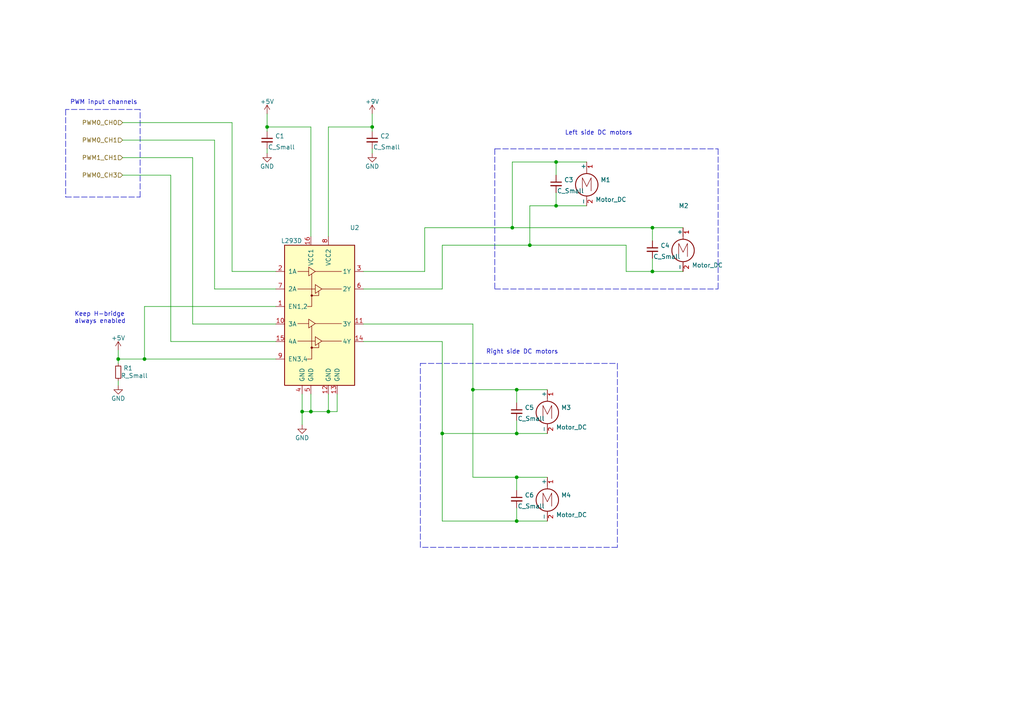
<source format=kicad_sch>
(kicad_sch (version 20211123) (generator eeschema)
  (paper "A4")
  (lib_symbols
    (symbol "Device:C_Small" (pin_numbers hide) (pin_names (offset 0.254) hide)
      (property "Reference" "C" (at 0.254 1.778 0))
      (property "Value" "C_Small" (at 0.254 -2.032 0))
      (symbol "C_Small_0_1"
        (polyline (pts (xy -1.524 -0.508) (xy 1.524 -0.508)) (stroke (width 0.3302)))
        (polyline (pts (xy -1.524 0.508) (xy 1.524 0.508)) (stroke (width 0.3048)))
      )
      (symbol "C_Small_1_1"
        (pin passive line (at 0 2.54 270) (length 2.032) (name "~") (number "1"))
        (pin passive line (at 0 -2.54 90) (length 2.032) (name "~") (number "2"))
      )
    )
    (symbol "Device:R_Small" (pin_numbers hide) (pin_names (offset 0.254) hide)
      (property "Reference" "R" (at 0.762 0.508 0))
      (property "Value" "R_Small" (at 0.762 -1.016 0))
      (symbol "R_Small_0_1"
        (rectangle (start -0.762 1.778) (end 0.762 -1.778) (stroke (width 0.2032)))
      )
      (symbol "R_Small_1_1"
        (pin passive line (at 0 2.54 270) (length 0.762) (name "~") (number "1"))
        (pin passive line (at 0 -2.54 90) (length 0.762) (name "~") (number "2"))
      )
    )
    (symbol "Driver_Motor:L293D" (pin_names (offset 1.016))
      (property "Reference" "U" (at -5.08 26.035 0))
      (property "Value" "L293D" (at -5.08 24.13 0))
      (symbol "L293D_0_1"
        (rectangle (start -10.16 22.86) (end 10.16 -17.78) (stroke (width 0.254)) (fill (type background)))
        (circle (center -2.286 -6.858) (radius 0.254) (fill (type outline)))
        (circle (center -2.286 8.255) (radius 0.254) (fill (type outline)))
        (polyline (pts (xy -6.35 -4.953) (xy -1.27 -4.953)))
        (polyline (pts (xy -6.35 0.127) (xy -3.175 0.127)))
        (polyline (pts (xy -6.35 10.16) (xy -1.27 10.16)))
        (polyline (pts (xy -6.35 15.24) (xy -3.175 15.24)))
        (polyline (pts (xy -1.27 0.127) (xy 6.35 0.127)))
        (polyline (pts (xy -1.27 15.24) (xy 6.35 15.24)))
        (polyline (pts (xy 0.635 -4.953) (xy 6.35 -4.953)))
        (polyline (pts (xy 0.635 10.16) (xy 6.35 10.16)))
        (polyline (pts (xy -2.286 -6.858) (xy -0.254 -6.858) (xy -0.254 -5.588)))
        (polyline (pts (xy -2.286 -0.635) (xy -2.286 -10.16) (xy -3.556 -10.16)))
        (polyline (pts (xy -2.286 8.255) (xy -0.254 8.255) (xy -0.254 9.525)))
        (polyline (pts (xy -2.286 14.478) (xy -2.286 5.08) (xy -3.556 5.08)))
        (polyline (pts (xy -3.175 1.397) (xy -3.175 -1.143) (xy -1.27 0.127) (xy -3.175 1.397)))
        (polyline (pts (xy -3.175 16.51) (xy -3.175 13.97) (xy -1.27 15.24) (xy -3.175 16.51)))
        (polyline (pts (xy -1.27 -3.683) (xy -1.27 -6.223) (xy 0.635 -4.953) (xy -1.27 -3.683)))
        (polyline (pts (xy -1.27 11.43) (xy -1.27 8.89) (xy 0.635 10.16) (xy -1.27 11.43)))
      )
      (symbol "L293D_1_1"
        (pin input line (at -12.7 5.08 0) (length 2.54) (name "EN1,2") (number "1"))
        (pin input line (at -12.7 0 0) (length 2.54) (name "3A") (number "10"))
        (pin output line (at 12.7 0 180) (length 2.54) (name "3Y") (number "11"))
        (pin power_in line (at 2.54 -20.32 90) (length 2.54) (name "GND") (number "12"))
        (pin power_in line (at 5.08 -20.32 90) (length 2.54) (name "GND") (number "13"))
        (pin output line (at 12.7 -5.08 180) (length 2.54) (name "4Y") (number "14"))
        (pin input line (at -12.7 -5.08 0) (length 2.54) (name "4A") (number "15"))
        (pin power_in line (at -2.54 25.4 270) (length 2.54) (name "VCC1") (number "16"))
        (pin input line (at -12.7 15.24 0) (length 2.54) (name "1A") (number "2"))
        (pin output line (at 12.7 15.24 180) (length 2.54) (name "1Y") (number "3"))
        (pin power_in line (at -5.08 -20.32 90) (length 2.54) (name "GND") (number "4"))
        (pin power_in line (at -2.54 -20.32 90) (length 2.54) (name "GND") (number "5"))
        (pin output line (at 12.7 10.16 180) (length 2.54) (name "2Y") (number "6"))
        (pin input line (at -12.7 10.16 0) (length 2.54) (name "2A") (number "7"))
        (pin power_in line (at 2.54 25.4 270) (length 2.54) (name "VCC2") (number "8"))
        (pin input line (at -12.7 -10.16 0) (length 2.54) (name "EN3,4") (number "9"))
      )
    )
    (symbol "Motor:Motor_DC" (pin_names (offset 0))
      (property "Reference" "M" (at 2.54 2.54 0))
      (property "Value" "Motor_DC" (at 2.54 -5.08 0))
      (symbol "Motor_DC_0_0"
        (polyline (pts (xy -1.27 -3.302) (xy -1.27 0.508) (xy 0 -2.032) (xy 1.27 0.508) (xy 1.27 -3.302)))
      )
      (symbol "Motor_DC_0_1"
        (circle (center 0 -1.524) (radius 3.2512) (stroke (width 0.254)))
        (polyline (pts (xy 0 -7.62) (xy 0 -7.112)))
        (polyline (pts (xy 0 -4.7752) (xy 0 -5.1816)))
        (polyline (pts (xy 0 1.7272) (xy 0 2.0828)))
        (polyline (pts (xy 0 2.032) (xy 0 2.54)))
      )
      (symbol "Motor_DC_1_1"
        (pin passive line (at 0 5.08 270) (length 2.54) (name "+") (number "1"))
        (pin passive line (at 0 -7.62 90) (length 2.54) (name "-") (number "2"))
      )
    )
    (symbol "power:+5V" (power) (pin_names (offset 0))
      (property "Value" "+5V" (at 0 3.556 0))
      (symbol "+5V_0_1"
        (polyline (pts (xy -0.762 1.27) (xy 0 2.54)))
        (polyline (pts (xy 0 0) (xy 0 2.54)))
        (polyline (pts (xy 0 2.54) (xy 0.762 1.27)))
      )
      (symbol "+5V_1_1"
        (pin power_in line (at 0 0 90) (length 0) hide (name "+5V") (number "1"))
      )
    )
    (symbol "power:+9V" (power) (pin_names (offset 0))
      (property "Value" "+9V" (at 0 3.556 0))
      (symbol "+9V_0_1"
        (polyline (pts (xy -0.762 1.27) (xy 0 2.54)))
        (polyline (pts (xy 0 0) (xy 0 2.54)))
        (polyline (pts (xy 0 2.54) (xy 0.762 1.27)))
      )
      (symbol "+9V_1_1"
        (pin power_in line (at 0 0 90) (length 0) hide (name "+9V") (number "1"))
      )
    )
    (symbol "power:GND" (power) (pin_names (offset 0))
      (property "Value" "GND" (at 0 -3.81 0))
      (symbol "GND_0_1"
        (polyline (pts (xy 0 0) (xy 0 -1.27) (xy 1.27 -1.27) (xy 0 -2.54) (xy -1.27 -1.27) (xy 0 -1.27)))
      )
      (symbol "GND_1_1"
        (pin power_in line (at 0 0 270) (length 0) hide (name "GND") (number "1"))
      )
    )
  )
  (junction (at 149.86 151.13))
  (junction (at 41.91 104.14))
  (junction (at 107.95 36.83))
  (junction (at 153.67 71.12))
  (junction (at 34.29 104.14))
  (junction (at 87.63 119.38))
  (junction (at 90.17 119.38))
  (junction (at 148.59 66.04))
  (junction (at 128.27 125.73))
  (junction (at 137.16 113.03))
  (junction (at 77.47 36.83))
  (junction (at 149.86 113.03))
  (junction (at 149.86 138.43))
  (junction (at 149.86 125.73))
  (junction (at 161.29 59.69))
  (junction (at 161.29 46.99))
  (junction (at 189.23 66.04))
  (junction (at 189.23 78.74))
  (junction (at 95.25 119.38))
  (wire (pts (xy 128.27 151.13) (xy 149.86 151.13)))
  (wire (pts (xy 161.29 46.99) (xy 148.59 46.99)))
  (wire (pts (xy 80.01 78.74) (xy 67.31 78.74)))
  (wire (pts (xy 107.95 44.45) (xy 107.95 43.18)))
  (wire (pts (xy 128.27 99.06) (xy 128.27 125.73)))
  (wire (pts (xy 137.16 93.98) (xy 137.16 113.03)))
  (wire (pts (xy 41.91 88.9) (xy 80.01 88.9)))
  (wire (pts (xy 41.91 104.14) (xy 34.29 104.14)))
  (wire (pts (xy 161.29 59.69) (xy 170.18 59.69)))
  (wire (pts (xy 80.01 83.82) (xy 62.23 83.82)))
  (wire (pts (xy 189.23 69.85) (xy 189.23 66.04)))
  (wire (pts (xy 161.29 50.8) (xy 161.29 46.99)))
  (wire (pts (xy 189.23 78.74) (xy 198.12 78.74)))
  (wire (pts (xy 149.86 142.24) (xy 149.86 138.43)))
  (wire (pts (xy 128.27 71.12) (xy 153.67 71.12)))
  (wire (pts (xy 90.17 36.83) (xy 77.47 36.83)))
  (wire (pts (xy 153.67 71.12) (xy 181.61 71.12)))
  (wire (pts (xy 55.88 93.98) (xy 80.01 93.98)))
  (wire (pts (xy 95.25 36.83) (xy 107.95 36.83)))
  (polyline (pts (xy 19.05 31.75) (xy 19.05 57.15)))
  (polyline (pts (xy 40.64 31.75) (xy 19.05 31.75)))
  (wire (pts (xy 105.41 78.74) (xy 123.19 78.74)))
  (wire (pts (xy 90.17 119.38) (xy 95.25 119.38)))
  (wire (pts (xy 87.63 119.38) (xy 90.17 119.38)))
  (wire (pts (xy 105.41 83.82) (xy 128.27 83.82)))
  (polyline (pts (xy 208.28 43.18) (xy 208.28 83.82)))
  (wire (pts (xy 90.17 114.3) (xy 90.17 119.38)))
  (wire (pts (xy 149.86 125.73) (xy 158.75 125.73)))
  (wire (pts (xy 62.23 83.82) (xy 62.23 40.64)))
  (wire (pts (xy 148.59 46.99) (xy 148.59 66.04)))
  (wire (pts (xy 49.53 99.06) (xy 49.53 50.8)))
  (wire (pts (xy 95.25 36.83) (xy 95.25 68.58)))
  (wire (pts (xy 149.86 121.92) (xy 149.86 125.73)))
  (wire (pts (xy 149.86 116.84) (xy 149.86 113.03)))
  (wire (pts (xy 107.95 38.1) (xy 107.95 36.83)))
  (polyline (pts (xy 40.64 57.15) (xy 40.64 31.75)))
  (wire (pts (xy 189.23 66.04) (xy 198.12 66.04)))
  (polyline (pts (xy 19.05 57.15) (xy 40.64 57.15)))
  (wire (pts (xy 149.86 113.03) (xy 158.75 113.03)))
  (wire (pts (xy 148.59 66.04) (xy 123.19 66.04)))
  (wire (pts (xy 149.86 138.43) (xy 158.75 138.43)))
  (wire (pts (xy 34.29 105.41) (xy 34.29 104.14)))
  (polyline (pts (xy 179.07 158.75) (xy 121.92 158.75)))
  (wire (pts (xy 35.56 40.64) (xy 62.23 40.64)))
  (wire (pts (xy 128.27 83.82) (xy 128.27 71.12)))
  (wire (pts (xy 87.63 119.38) (xy 87.63 123.19)))
  (wire (pts (xy 35.56 45.72) (xy 55.88 45.72)))
  (wire (pts (xy 41.91 104.14) (xy 80.01 104.14)))
  (wire (pts (xy 149.86 138.43) (xy 137.16 138.43)))
  (polyline (pts (xy 179.07 105.41) (xy 179.07 158.75)))
  (wire (pts (xy 128.27 125.73) (xy 149.86 125.73)))
  (wire (pts (xy 34.29 104.14) (xy 34.29 101.6)))
  (wire (pts (xy 153.67 59.69) (xy 153.67 71.12)))
  (wire (pts (xy 189.23 74.93) (xy 189.23 78.74)))
  (wire (pts (xy 90.17 36.83) (xy 90.17 68.58)))
  (wire (pts (xy 77.47 33.02) (xy 77.47 36.83)))
  (wire (pts (xy 149.86 113.03) (xy 137.16 113.03)))
  (wire (pts (xy 95.25 114.3) (xy 95.25 119.38)))
  (wire (pts (xy 77.47 43.18) (xy 77.47 44.45)))
  (wire (pts (xy 55.88 45.72) (xy 55.88 93.98)))
  (wire (pts (xy 67.31 78.74) (xy 67.31 35.56)))
  (wire (pts (xy 105.41 93.98) (xy 137.16 93.98)))
  (wire (pts (xy 97.79 114.3) (xy 97.79 119.38)))
  (wire (pts (xy 105.41 99.06) (xy 128.27 99.06)))
  (wire (pts (xy 80.01 99.06) (xy 49.53 99.06)))
  (wire (pts (xy 137.16 113.03) (xy 137.16 138.43)))
  (wire (pts (xy 161.29 46.99) (xy 170.18 46.99)))
  (polyline (pts (xy 143.51 83.82) (xy 208.28 83.82)))
  (wire (pts (xy 107.95 33.02) (xy 107.95 36.83)))
  (wire (pts (xy 181.61 71.12) (xy 181.61 78.74)))
  (wire (pts (xy 34.29 111.76) (xy 34.29 110.49)))
  (polyline (pts (xy 143.51 43.18) (xy 143.51 83.82)))
  (wire (pts (xy 148.59 66.04) (xy 189.23 66.04)))
  (wire (pts (xy 87.63 114.3) (xy 87.63 119.38)))
  (polyline (pts (xy 121.92 105.41) (xy 179.07 105.41)))
  (wire (pts (xy 149.86 151.13) (xy 158.75 151.13)))
  (wire (pts (xy 149.86 147.32) (xy 149.86 151.13)))
  (wire (pts (xy 161.29 59.69) (xy 153.67 59.69)))
  (wire (pts (xy 41.91 104.14) (xy 41.91 88.9)))
  (wire (pts (xy 123.19 66.04) (xy 123.19 78.74)))
  (polyline (pts (xy 143.51 43.18) (xy 208.28 43.18)))
  (wire (pts (xy 161.29 55.88) (xy 161.29 59.69)))
  (polyline (pts (xy 121.92 158.75) (xy 121.92 105.41)))
  (wire (pts (xy 35.56 50.8) (xy 49.53 50.8)))
  (wire (pts (xy 95.25 119.38) (xy 97.79 119.38)))
  (wire (pts (xy 128.27 125.73) (xy 128.27 151.13)))
  (wire (pts (xy 181.61 78.74) (xy 189.23 78.74)))
  (wire (pts (xy 77.47 36.83) (xy 77.47 38.1)))
  (wire (pts (xy 35.56 35.56) (xy 67.31 35.56)))
  (text "Keep H-bridge\nalways enabled" (at 21.59 93.98 0) (effects (font (size 1.27 1.27)) (justify left bottom)))
  (text "Right side DC motors" (at 140.97 102.87 0) (effects (font (size 1.27 1.27)) (justify left bottom)))
  (text "Left side DC motors" (at 163.83 39.37 0) (effects (font (size 1.27 1.27)) (justify left bottom)))
  (text "PWM input channels" (at 20.32 30.48 0) (effects (font (size 1.27 1.27)) (justify left bottom)))
  (hierarchical_label "PWM1_CH1" (shape input) (at 35.56 45.72 180))
  (hierarchical_label "PWM0_CH3" (shape input) (at 35.56 50.8 180))
  (hierarchical_label "PWM0_CH1" (shape input) (at 35.56 40.64 180))
  (hierarchical_label "PWM0_CH0" (shape input) (at 35.56 35.56 180))
  (symbol (lib_id "Driver_Motor:L293D") (at 92.71 93.98 0) (unit 1)
    (property "Reference" "U2" (at 102.87 66.04 0))
    (property "Value" "L293D" (at 87.63 69.85 0) (effects (justify right)))
    (property "Footprint" "Package_DIP:DIP-16_W7.62mm" (effects hide))
    (property "Datasheet" "http://www.ti.com/lit/ds/symlink/l293.pdf" (effects hide))
  )
  (symbol (lib_id "power:GND") (at 87.63 123.19 0) (unit 1)
    (property "Reference" "#PWR06" (effects hide))
    (property "Value" "GND" (at 87.63 127 0))
  )
  (symbol (lib_id "Device:C_Small") (at 107.95 40.64 0) (unit 1)
    (property "Reference" "C2" (at 110.2868 39.4716 0) (effects (justify left)))
    (property "Value" "C_Small" (at 108.204 42.672 0) (effects (justify left)))
  )
  (symbol (lib_id "Device:C_Small") (at 77.47 40.64 0) (unit 1)
    (property "Reference" "C1" (at 79.8068 39.4716 0) (effects (justify left)))
    (property "Value" "C_Small" (at 77.724 42.672 0) (effects (justify left)))
  )
  (symbol (lib_id "power:GND") (at 77.47 44.45 0) (unit 1)
    (property "Reference" "#PWR05" (effects hide))
    (property "Value" "GND" (at 77.47 48.26 0))
  )
  (symbol (lib_id "power:GND") (at 107.95 44.45 0) (unit 1)
    (property "Reference" "#PWR08" (effects hide))
    (property "Value" "GND" (at 107.95 48.26 0))
  )
  (symbol (lib_id "power:+5V") (at 77.47 33.02 0) (unit 1)
    (property "Reference" "#PWR04" (effects hide))
    (property "Value" "+5V" (at 77.47 29.464 0))
  )
  (symbol (lib_id "power:+9V") (at 107.95 33.02 0) (unit 1)
    (property "Reference" "#PWR07" (effects hide))
    (property "Value" "+9V" (at 107.95 29.464 0))
  )
  (symbol (lib_id "power:GND") (at 34.29 111.76 0) (unit 1)
    (property "Reference" "#PWR03" (effects hide))
    (property "Value" "GND" (at 34.29 115.57 0))
  )
  (symbol (lib_id "Device:R_Small") (at 34.29 107.95 0) (unit 1)
    (property "Reference" "R1" (at 35.7886 106.7816 0) (effects (justify left)))
    (property "Value" "R_Small" (at 35.052 108.966 0) (effects (justify left)))
  )
  (symbol (lib_id "power:+5V") (at 34.29 101.6 0) (unit 1)
    (property "Reference" "#PWR02" (effects hide))
    (property "Value" "+5V" (at 34.29 98.044 0))
  )
  (symbol (lib_id "Motor:Motor_DC") (at 170.18 52.07 0) (unit 1)
    (property "Reference" "M1" (at 174.1932 52.1716 0) (effects (justify left)))
    (property "Value" "Motor_DC" (at 172.72 57.15 0) (effects (justify left top)))
  )
  (symbol (lib_id "Device:C_Small") (at 161.29 53.34 0) (unit 1)
    (property "Reference" "C3" (at 163.6268 52.1716 0) (effects (justify left)))
    (property "Value" "C_Small" (at 161.544 55.372 0) (effects (justify left)))
  )
  (symbol (lib_id "Motor:Motor_DC") (at 198.12 71.12 0) (unit 1)
    (property "Reference" "M2" (at 196.85 59.69 0) (effects (justify left)))
    (property "Value" "Motor_DC" (at 200.66 76.2 0) (effects (justify left top)))
  )
  (symbol (lib_id "Device:C_Small") (at 189.23 72.39 0) (unit 1)
    (property "Reference" "C4" (at 191.5668 71.2216 0) (effects (justify left)))
    (property "Value" "C_Small" (at 189.484 74.422 0) (effects (justify left)))
  )
  (symbol (lib_id "Motor:Motor_DC") (at 158.75 118.11 0) (unit 1)
    (property "Reference" "M3" (at 162.7632 118.2116 0) (effects (justify left)))
    (property "Value" "Motor_DC" (at 161.29 123.19 0) (effects (justify left top)))
  )
  (symbol (lib_id "Device:C_Small") (at 149.86 119.38 0) (unit 1)
    (property "Reference" "C5" (at 152.1968 118.2116 0) (effects (justify left)))
    (property "Value" "C_Small" (at 150.114 121.412 0) (effects (justify left)))
  )
  (symbol (lib_id "Motor:Motor_DC") (at 158.75 143.51 0) (unit 1)
    (property "Reference" "M4" (at 162.7632 143.6116 0) (effects (justify left)))
    (property "Value" "Motor_DC" (at 161.29 148.59 0) (effects (justify left top)))
  )
  (symbol (lib_id "Device:C_Small") (at 149.86 144.78 0) (unit 1)
    (property "Reference" "C6" (at 152.1968 143.6116 0) (effects (justify left)))
    (property "Value" "C_Small" (at 150.114 146.812 0) (effects (justify left)))
  )
)
</source>
